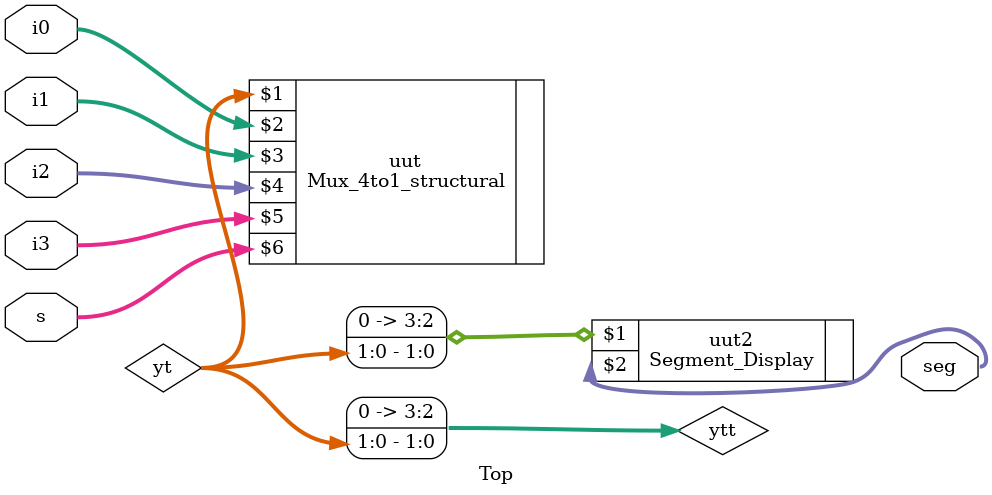
<source format=v>
`timescale 1ns / 1ps


module Top(i0, i1, i2, i3, s, seg);
    input[1:0] s, i0, i1, i2, i3;
    output[6:0] seg;

    wire[1:0] yt;
    wire[3:0] ytt;
    
    Mux_4to1_structural uut(yt, i0, i1, i2, i3, s);
    
    assign ytt = {2'b0, yt};
    
    Segment_Display uut2 (ytt, seg);


endmodule

</source>
